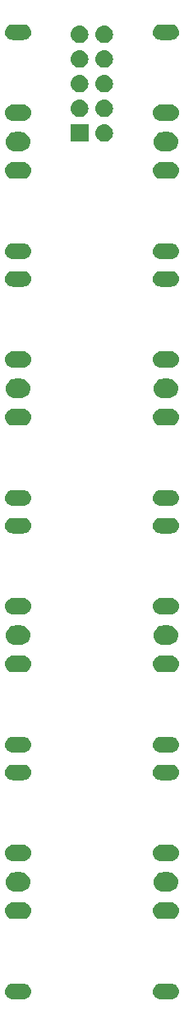
<source format=gbr>
G04 #@! TF.GenerationSoftware,KiCad,Pcbnew,5.1.4-e60b266~84~ubuntu18.04.1*
G04 #@! TF.CreationDate,2019-10-28T13:22:00+08:00*
G04 #@! TF.ProjectId,Lines,4c696e65-732e-46b6-9963-61645f706362,rev?*
G04 #@! TF.SameCoordinates,Original*
G04 #@! TF.FileFunction,Soldermask,Top*
G04 #@! TF.FilePolarity,Negative*
%FSLAX46Y46*%
G04 Gerber Fmt 4.6, Leading zero omitted, Abs format (unit mm)*
G04 Created by KiCad (PCBNEW 5.1.4-e60b266~84~ubuntu18.04.1) date 2019-10-28 13:22:00*
%MOMM*%
%LPD*%
G04 APERTURE LIST*
%ADD10C,0.100000*%
G04 APERTURE END LIST*
D10*
G36*
X135248571Y-150172863D02*
G01*
X135327023Y-150180590D01*
X135427682Y-150211125D01*
X135478013Y-150226392D01*
X135617165Y-150300771D01*
X135739133Y-150400867D01*
X135839229Y-150522835D01*
X135913608Y-150661987D01*
X135913608Y-150661988D01*
X135959410Y-150812977D01*
X135974875Y-150970000D01*
X135959410Y-151127023D01*
X135928875Y-151227682D01*
X135913608Y-151278013D01*
X135839229Y-151417165D01*
X135739133Y-151539133D01*
X135617165Y-151639229D01*
X135478013Y-151713608D01*
X135427682Y-151728875D01*
X135327023Y-151759410D01*
X135248571Y-151767137D01*
X135209346Y-151771000D01*
X134030654Y-151771000D01*
X133991429Y-151767137D01*
X133912977Y-151759410D01*
X133812318Y-151728875D01*
X133761987Y-151713608D01*
X133622835Y-151639229D01*
X133500867Y-151539133D01*
X133400771Y-151417165D01*
X133326392Y-151278013D01*
X133311125Y-151227682D01*
X133280590Y-151127023D01*
X133265125Y-150970000D01*
X133280590Y-150812977D01*
X133326392Y-150661988D01*
X133326392Y-150661987D01*
X133400771Y-150522835D01*
X133500867Y-150400867D01*
X133622835Y-150300771D01*
X133761987Y-150226392D01*
X133812318Y-150211125D01*
X133912977Y-150180590D01*
X133991429Y-150172863D01*
X134030654Y-150169000D01*
X135209346Y-150169000D01*
X135248571Y-150172863D01*
X135248571Y-150172863D01*
G37*
G36*
X120008571Y-150172863D02*
G01*
X120087023Y-150180590D01*
X120187682Y-150211125D01*
X120238013Y-150226392D01*
X120377165Y-150300771D01*
X120499133Y-150400867D01*
X120599229Y-150522835D01*
X120673608Y-150661987D01*
X120673608Y-150661988D01*
X120719410Y-150812977D01*
X120734875Y-150970000D01*
X120719410Y-151127023D01*
X120688875Y-151227682D01*
X120673608Y-151278013D01*
X120599229Y-151417165D01*
X120499133Y-151539133D01*
X120377165Y-151639229D01*
X120238013Y-151713608D01*
X120187682Y-151728875D01*
X120087023Y-151759410D01*
X120008571Y-151767137D01*
X119969346Y-151771000D01*
X118790654Y-151771000D01*
X118751429Y-151767137D01*
X118672977Y-151759410D01*
X118572318Y-151728875D01*
X118521987Y-151713608D01*
X118382835Y-151639229D01*
X118260867Y-151539133D01*
X118160771Y-151417165D01*
X118086392Y-151278013D01*
X118071125Y-151227682D01*
X118040590Y-151127023D01*
X118025125Y-150970000D01*
X118040590Y-150812977D01*
X118086392Y-150661988D01*
X118086392Y-150661987D01*
X118160771Y-150522835D01*
X118260867Y-150400867D01*
X118382835Y-150300771D01*
X118521987Y-150226392D01*
X118572318Y-150211125D01*
X118672977Y-150180590D01*
X118751429Y-150172863D01*
X118790654Y-150169000D01*
X119969346Y-150169000D01*
X120008571Y-150172863D01*
X120008571Y-150172863D01*
G37*
G36*
X135286823Y-141831313D02*
G01*
X135447242Y-141879976D01*
X135579906Y-141950886D01*
X135595078Y-141958996D01*
X135724659Y-142065341D01*
X135831004Y-142194922D01*
X135831005Y-142194924D01*
X135910024Y-142342758D01*
X135958687Y-142503177D01*
X135975117Y-142670000D01*
X135958687Y-142836823D01*
X135910024Y-142997242D01*
X135839114Y-143129906D01*
X135831004Y-143145078D01*
X135724659Y-143274659D01*
X135595078Y-143381004D01*
X135595076Y-143381005D01*
X135447242Y-143460024D01*
X135286823Y-143508687D01*
X135161804Y-143521000D01*
X134078196Y-143521000D01*
X133953177Y-143508687D01*
X133792758Y-143460024D01*
X133644924Y-143381005D01*
X133644922Y-143381004D01*
X133515341Y-143274659D01*
X133408996Y-143145078D01*
X133400886Y-143129906D01*
X133329976Y-142997242D01*
X133281313Y-142836823D01*
X133264883Y-142670000D01*
X133281313Y-142503177D01*
X133329976Y-142342758D01*
X133408995Y-142194924D01*
X133408996Y-142194922D01*
X133515341Y-142065341D01*
X133644922Y-141958996D01*
X133660094Y-141950886D01*
X133792758Y-141879976D01*
X133953177Y-141831313D01*
X134078196Y-141819000D01*
X135161804Y-141819000D01*
X135286823Y-141831313D01*
X135286823Y-141831313D01*
G37*
G36*
X120046823Y-141831313D02*
G01*
X120207242Y-141879976D01*
X120339906Y-141950886D01*
X120355078Y-141958996D01*
X120484659Y-142065341D01*
X120591004Y-142194922D01*
X120591005Y-142194924D01*
X120670024Y-142342758D01*
X120718687Y-142503177D01*
X120735117Y-142670000D01*
X120718687Y-142836823D01*
X120670024Y-142997242D01*
X120599114Y-143129906D01*
X120591004Y-143145078D01*
X120484659Y-143274659D01*
X120355078Y-143381004D01*
X120355076Y-143381005D01*
X120207242Y-143460024D01*
X120046823Y-143508687D01*
X119921804Y-143521000D01*
X118838196Y-143521000D01*
X118713177Y-143508687D01*
X118552758Y-143460024D01*
X118404924Y-143381005D01*
X118404922Y-143381004D01*
X118275341Y-143274659D01*
X118168996Y-143145078D01*
X118160886Y-143129906D01*
X118089976Y-142997242D01*
X118041313Y-142836823D01*
X118024883Y-142670000D01*
X118041313Y-142503177D01*
X118089976Y-142342758D01*
X118168995Y-142194924D01*
X118168996Y-142194922D01*
X118275341Y-142065341D01*
X118404922Y-141958996D01*
X118420094Y-141950886D01*
X118552758Y-141879976D01*
X118713177Y-141831313D01*
X118838196Y-141819000D01*
X119921804Y-141819000D01*
X120046823Y-141831313D01*
X120046823Y-141831313D01*
G37*
G36*
X119826228Y-138713483D02*
G01*
X120014922Y-138770723D01*
X120188815Y-138863671D01*
X120341239Y-138988761D01*
X120466329Y-139141185D01*
X120559277Y-139315078D01*
X120616517Y-139503772D01*
X120635843Y-139700000D01*
X120616517Y-139896228D01*
X120559277Y-140084922D01*
X120466329Y-140258815D01*
X120341239Y-140411239D01*
X120188815Y-140536329D01*
X120014922Y-140629277D01*
X119826228Y-140686517D01*
X119679175Y-140701000D01*
X119080825Y-140701000D01*
X118933772Y-140686517D01*
X118745078Y-140629277D01*
X118571185Y-140536329D01*
X118418761Y-140411239D01*
X118293671Y-140258815D01*
X118200723Y-140084922D01*
X118143483Y-139896228D01*
X118124157Y-139700000D01*
X118143483Y-139503772D01*
X118200723Y-139315078D01*
X118293671Y-139141185D01*
X118418761Y-138988761D01*
X118571185Y-138863671D01*
X118745078Y-138770723D01*
X118933772Y-138713483D01*
X119080825Y-138699000D01*
X119679175Y-138699000D01*
X119826228Y-138713483D01*
X119826228Y-138713483D01*
G37*
G36*
X135066228Y-138713483D02*
G01*
X135254922Y-138770723D01*
X135428815Y-138863671D01*
X135581239Y-138988761D01*
X135706329Y-139141185D01*
X135799277Y-139315078D01*
X135856517Y-139503772D01*
X135875843Y-139700000D01*
X135856517Y-139896228D01*
X135799277Y-140084922D01*
X135706329Y-140258815D01*
X135581239Y-140411239D01*
X135428815Y-140536329D01*
X135254922Y-140629277D01*
X135066228Y-140686517D01*
X134919175Y-140701000D01*
X134320825Y-140701000D01*
X134173772Y-140686517D01*
X133985078Y-140629277D01*
X133811185Y-140536329D01*
X133658761Y-140411239D01*
X133533671Y-140258815D01*
X133440723Y-140084922D01*
X133383483Y-139896228D01*
X133364157Y-139700000D01*
X133383483Y-139503772D01*
X133440723Y-139315078D01*
X133533671Y-139141185D01*
X133658761Y-138988761D01*
X133811185Y-138863671D01*
X133985078Y-138770723D01*
X134173772Y-138713483D01*
X134320825Y-138699000D01*
X134919175Y-138699000D01*
X135066228Y-138713483D01*
X135066228Y-138713483D01*
G37*
G36*
X120046823Y-135891313D02*
G01*
X120207242Y-135939976D01*
X120339906Y-136010886D01*
X120355078Y-136018996D01*
X120484659Y-136125341D01*
X120591004Y-136254922D01*
X120591005Y-136254924D01*
X120670024Y-136402758D01*
X120718687Y-136563177D01*
X120735117Y-136730000D01*
X120718687Y-136896823D01*
X120670024Y-137057242D01*
X120599114Y-137189906D01*
X120591004Y-137205078D01*
X120484659Y-137334659D01*
X120355078Y-137441004D01*
X120355076Y-137441005D01*
X120207242Y-137520024D01*
X120046823Y-137568687D01*
X119921804Y-137581000D01*
X118838196Y-137581000D01*
X118713177Y-137568687D01*
X118552758Y-137520024D01*
X118404924Y-137441005D01*
X118404922Y-137441004D01*
X118275341Y-137334659D01*
X118168996Y-137205078D01*
X118160886Y-137189906D01*
X118089976Y-137057242D01*
X118041313Y-136896823D01*
X118024883Y-136730000D01*
X118041313Y-136563177D01*
X118089976Y-136402758D01*
X118168995Y-136254924D01*
X118168996Y-136254922D01*
X118275341Y-136125341D01*
X118404922Y-136018996D01*
X118420094Y-136010886D01*
X118552758Y-135939976D01*
X118713177Y-135891313D01*
X118838196Y-135879000D01*
X119921804Y-135879000D01*
X120046823Y-135891313D01*
X120046823Y-135891313D01*
G37*
G36*
X135286823Y-135891313D02*
G01*
X135447242Y-135939976D01*
X135579906Y-136010886D01*
X135595078Y-136018996D01*
X135724659Y-136125341D01*
X135831004Y-136254922D01*
X135831005Y-136254924D01*
X135910024Y-136402758D01*
X135958687Y-136563177D01*
X135975117Y-136730000D01*
X135958687Y-136896823D01*
X135910024Y-137057242D01*
X135839114Y-137189906D01*
X135831004Y-137205078D01*
X135724659Y-137334659D01*
X135595078Y-137441004D01*
X135595076Y-137441005D01*
X135447242Y-137520024D01*
X135286823Y-137568687D01*
X135161804Y-137581000D01*
X134078196Y-137581000D01*
X133953177Y-137568687D01*
X133792758Y-137520024D01*
X133644924Y-137441005D01*
X133644922Y-137441004D01*
X133515341Y-137334659D01*
X133408996Y-137205078D01*
X133400886Y-137189906D01*
X133329976Y-137057242D01*
X133281313Y-136896823D01*
X133264883Y-136730000D01*
X133281313Y-136563177D01*
X133329976Y-136402758D01*
X133408995Y-136254924D01*
X133408996Y-136254922D01*
X133515341Y-136125341D01*
X133644922Y-136018996D01*
X133660094Y-136010886D01*
X133792758Y-135939976D01*
X133953177Y-135891313D01*
X134078196Y-135879000D01*
X135161804Y-135879000D01*
X135286823Y-135891313D01*
X135286823Y-135891313D01*
G37*
G36*
X120008571Y-127632863D02*
G01*
X120087023Y-127640590D01*
X120187682Y-127671125D01*
X120238013Y-127686392D01*
X120377165Y-127760771D01*
X120499133Y-127860867D01*
X120599229Y-127982835D01*
X120673608Y-128121987D01*
X120673608Y-128121988D01*
X120719410Y-128272977D01*
X120734875Y-128430000D01*
X120719410Y-128587023D01*
X120688875Y-128687682D01*
X120673608Y-128738013D01*
X120599229Y-128877165D01*
X120499133Y-128999133D01*
X120377165Y-129099229D01*
X120238013Y-129173608D01*
X120187682Y-129188875D01*
X120087023Y-129219410D01*
X120008571Y-129227137D01*
X119969346Y-129231000D01*
X118790654Y-129231000D01*
X118751429Y-129227137D01*
X118672977Y-129219410D01*
X118572318Y-129188875D01*
X118521987Y-129173608D01*
X118382835Y-129099229D01*
X118260867Y-128999133D01*
X118160771Y-128877165D01*
X118086392Y-128738013D01*
X118071125Y-128687682D01*
X118040590Y-128587023D01*
X118025125Y-128430000D01*
X118040590Y-128272977D01*
X118086392Y-128121988D01*
X118086392Y-128121987D01*
X118160771Y-127982835D01*
X118260867Y-127860867D01*
X118382835Y-127760771D01*
X118521987Y-127686392D01*
X118572318Y-127671125D01*
X118672977Y-127640590D01*
X118751429Y-127632863D01*
X118790654Y-127629000D01*
X119969346Y-127629000D01*
X120008571Y-127632863D01*
X120008571Y-127632863D01*
G37*
G36*
X135248571Y-127632863D02*
G01*
X135327023Y-127640590D01*
X135427682Y-127671125D01*
X135478013Y-127686392D01*
X135617165Y-127760771D01*
X135739133Y-127860867D01*
X135839229Y-127982835D01*
X135913608Y-128121987D01*
X135913608Y-128121988D01*
X135959410Y-128272977D01*
X135974875Y-128430000D01*
X135959410Y-128587023D01*
X135928875Y-128687682D01*
X135913608Y-128738013D01*
X135839229Y-128877165D01*
X135739133Y-128999133D01*
X135617165Y-129099229D01*
X135478013Y-129173608D01*
X135427682Y-129188875D01*
X135327023Y-129219410D01*
X135248571Y-129227137D01*
X135209346Y-129231000D01*
X134030654Y-129231000D01*
X133991429Y-129227137D01*
X133912977Y-129219410D01*
X133812318Y-129188875D01*
X133761987Y-129173608D01*
X133622835Y-129099229D01*
X133500867Y-128999133D01*
X133400771Y-128877165D01*
X133326392Y-128738013D01*
X133311125Y-128687682D01*
X133280590Y-128587023D01*
X133265125Y-128430000D01*
X133280590Y-128272977D01*
X133326392Y-128121988D01*
X133326392Y-128121987D01*
X133400771Y-127982835D01*
X133500867Y-127860867D01*
X133622835Y-127760771D01*
X133761987Y-127686392D01*
X133812318Y-127671125D01*
X133912977Y-127640590D01*
X133991429Y-127632863D01*
X134030654Y-127629000D01*
X135209346Y-127629000D01*
X135248571Y-127632863D01*
X135248571Y-127632863D01*
G37*
G36*
X135248571Y-124772863D02*
G01*
X135327023Y-124780590D01*
X135427682Y-124811125D01*
X135478013Y-124826392D01*
X135617165Y-124900771D01*
X135739133Y-125000867D01*
X135839229Y-125122835D01*
X135913608Y-125261987D01*
X135913608Y-125261988D01*
X135959410Y-125412977D01*
X135974875Y-125570000D01*
X135959410Y-125727023D01*
X135928875Y-125827682D01*
X135913608Y-125878013D01*
X135839229Y-126017165D01*
X135739133Y-126139133D01*
X135617165Y-126239229D01*
X135478013Y-126313608D01*
X135427682Y-126328875D01*
X135327023Y-126359410D01*
X135248571Y-126367137D01*
X135209346Y-126371000D01*
X134030654Y-126371000D01*
X133991429Y-126367137D01*
X133912977Y-126359410D01*
X133812318Y-126328875D01*
X133761987Y-126313608D01*
X133622835Y-126239229D01*
X133500867Y-126139133D01*
X133400771Y-126017165D01*
X133326392Y-125878013D01*
X133311125Y-125827682D01*
X133280590Y-125727023D01*
X133265125Y-125570000D01*
X133280590Y-125412977D01*
X133326392Y-125261988D01*
X133326392Y-125261987D01*
X133400771Y-125122835D01*
X133500867Y-125000867D01*
X133622835Y-124900771D01*
X133761987Y-124826392D01*
X133812318Y-124811125D01*
X133912977Y-124780590D01*
X133991429Y-124772863D01*
X134030654Y-124769000D01*
X135209346Y-124769000D01*
X135248571Y-124772863D01*
X135248571Y-124772863D01*
G37*
G36*
X120008571Y-124772863D02*
G01*
X120087023Y-124780590D01*
X120187682Y-124811125D01*
X120238013Y-124826392D01*
X120377165Y-124900771D01*
X120499133Y-125000867D01*
X120599229Y-125122835D01*
X120673608Y-125261987D01*
X120673608Y-125261988D01*
X120719410Y-125412977D01*
X120734875Y-125570000D01*
X120719410Y-125727023D01*
X120688875Y-125827682D01*
X120673608Y-125878013D01*
X120599229Y-126017165D01*
X120499133Y-126139133D01*
X120377165Y-126239229D01*
X120238013Y-126313608D01*
X120187682Y-126328875D01*
X120087023Y-126359410D01*
X120008571Y-126367137D01*
X119969346Y-126371000D01*
X118790654Y-126371000D01*
X118751429Y-126367137D01*
X118672977Y-126359410D01*
X118572318Y-126328875D01*
X118521987Y-126313608D01*
X118382835Y-126239229D01*
X118260867Y-126139133D01*
X118160771Y-126017165D01*
X118086392Y-125878013D01*
X118071125Y-125827682D01*
X118040590Y-125727023D01*
X118025125Y-125570000D01*
X118040590Y-125412977D01*
X118086392Y-125261988D01*
X118086392Y-125261987D01*
X118160771Y-125122835D01*
X118260867Y-125000867D01*
X118382835Y-124900771D01*
X118521987Y-124826392D01*
X118572318Y-124811125D01*
X118672977Y-124780590D01*
X118751429Y-124772863D01*
X118790654Y-124769000D01*
X119969346Y-124769000D01*
X120008571Y-124772863D01*
X120008571Y-124772863D01*
G37*
G36*
X120046823Y-116431313D02*
G01*
X120207242Y-116479976D01*
X120339906Y-116550886D01*
X120355078Y-116558996D01*
X120484659Y-116665341D01*
X120591004Y-116794922D01*
X120591005Y-116794924D01*
X120670024Y-116942758D01*
X120718687Y-117103177D01*
X120735117Y-117270000D01*
X120718687Y-117436823D01*
X120670024Y-117597242D01*
X120599114Y-117729906D01*
X120591004Y-117745078D01*
X120484659Y-117874659D01*
X120355078Y-117981004D01*
X120355076Y-117981005D01*
X120207242Y-118060024D01*
X120046823Y-118108687D01*
X119921804Y-118121000D01*
X118838196Y-118121000D01*
X118713177Y-118108687D01*
X118552758Y-118060024D01*
X118404924Y-117981005D01*
X118404922Y-117981004D01*
X118275341Y-117874659D01*
X118168996Y-117745078D01*
X118160886Y-117729906D01*
X118089976Y-117597242D01*
X118041313Y-117436823D01*
X118024883Y-117270000D01*
X118041313Y-117103177D01*
X118089976Y-116942758D01*
X118168995Y-116794924D01*
X118168996Y-116794922D01*
X118275341Y-116665341D01*
X118404922Y-116558996D01*
X118420094Y-116550886D01*
X118552758Y-116479976D01*
X118713177Y-116431313D01*
X118838196Y-116419000D01*
X119921804Y-116419000D01*
X120046823Y-116431313D01*
X120046823Y-116431313D01*
G37*
G36*
X135286823Y-116431313D02*
G01*
X135447242Y-116479976D01*
X135579906Y-116550886D01*
X135595078Y-116558996D01*
X135724659Y-116665341D01*
X135831004Y-116794922D01*
X135831005Y-116794924D01*
X135910024Y-116942758D01*
X135958687Y-117103177D01*
X135975117Y-117270000D01*
X135958687Y-117436823D01*
X135910024Y-117597242D01*
X135839114Y-117729906D01*
X135831004Y-117745078D01*
X135724659Y-117874659D01*
X135595078Y-117981004D01*
X135595076Y-117981005D01*
X135447242Y-118060024D01*
X135286823Y-118108687D01*
X135161804Y-118121000D01*
X134078196Y-118121000D01*
X133953177Y-118108687D01*
X133792758Y-118060024D01*
X133644924Y-117981005D01*
X133644922Y-117981004D01*
X133515341Y-117874659D01*
X133408996Y-117745078D01*
X133400886Y-117729906D01*
X133329976Y-117597242D01*
X133281313Y-117436823D01*
X133264883Y-117270000D01*
X133281313Y-117103177D01*
X133329976Y-116942758D01*
X133408995Y-116794924D01*
X133408996Y-116794922D01*
X133515341Y-116665341D01*
X133644922Y-116558996D01*
X133660094Y-116550886D01*
X133792758Y-116479976D01*
X133953177Y-116431313D01*
X134078196Y-116419000D01*
X135161804Y-116419000D01*
X135286823Y-116431313D01*
X135286823Y-116431313D01*
G37*
G36*
X135066228Y-113313483D02*
G01*
X135254922Y-113370723D01*
X135428815Y-113463671D01*
X135581239Y-113588761D01*
X135706329Y-113741185D01*
X135799277Y-113915078D01*
X135856517Y-114103772D01*
X135875843Y-114300000D01*
X135856517Y-114496228D01*
X135799277Y-114684922D01*
X135706329Y-114858815D01*
X135581239Y-115011239D01*
X135428815Y-115136329D01*
X135254922Y-115229277D01*
X135066228Y-115286517D01*
X134919175Y-115301000D01*
X134320825Y-115301000D01*
X134173772Y-115286517D01*
X133985078Y-115229277D01*
X133811185Y-115136329D01*
X133658761Y-115011239D01*
X133533671Y-114858815D01*
X133440723Y-114684922D01*
X133383483Y-114496228D01*
X133364157Y-114300000D01*
X133383483Y-114103772D01*
X133440723Y-113915078D01*
X133533671Y-113741185D01*
X133658761Y-113588761D01*
X133811185Y-113463671D01*
X133985078Y-113370723D01*
X134173772Y-113313483D01*
X134320825Y-113299000D01*
X134919175Y-113299000D01*
X135066228Y-113313483D01*
X135066228Y-113313483D01*
G37*
G36*
X119826228Y-113313483D02*
G01*
X120014922Y-113370723D01*
X120188815Y-113463671D01*
X120341239Y-113588761D01*
X120466329Y-113741185D01*
X120559277Y-113915078D01*
X120616517Y-114103772D01*
X120635843Y-114300000D01*
X120616517Y-114496228D01*
X120559277Y-114684922D01*
X120466329Y-114858815D01*
X120341239Y-115011239D01*
X120188815Y-115136329D01*
X120014922Y-115229277D01*
X119826228Y-115286517D01*
X119679175Y-115301000D01*
X119080825Y-115301000D01*
X118933772Y-115286517D01*
X118745078Y-115229277D01*
X118571185Y-115136329D01*
X118418761Y-115011239D01*
X118293671Y-114858815D01*
X118200723Y-114684922D01*
X118143483Y-114496228D01*
X118124157Y-114300000D01*
X118143483Y-114103772D01*
X118200723Y-113915078D01*
X118293671Y-113741185D01*
X118418761Y-113588761D01*
X118571185Y-113463671D01*
X118745078Y-113370723D01*
X118933772Y-113313483D01*
X119080825Y-113299000D01*
X119679175Y-113299000D01*
X119826228Y-113313483D01*
X119826228Y-113313483D01*
G37*
G36*
X120046823Y-110491313D02*
G01*
X120207242Y-110539976D01*
X120339906Y-110610886D01*
X120355078Y-110618996D01*
X120484659Y-110725341D01*
X120591004Y-110854922D01*
X120591005Y-110854924D01*
X120670024Y-111002758D01*
X120718687Y-111163177D01*
X120735117Y-111330000D01*
X120718687Y-111496823D01*
X120670024Y-111657242D01*
X120599114Y-111789906D01*
X120591004Y-111805078D01*
X120484659Y-111934659D01*
X120355078Y-112041004D01*
X120355076Y-112041005D01*
X120207242Y-112120024D01*
X120046823Y-112168687D01*
X119921804Y-112181000D01*
X118838196Y-112181000D01*
X118713177Y-112168687D01*
X118552758Y-112120024D01*
X118404924Y-112041005D01*
X118404922Y-112041004D01*
X118275341Y-111934659D01*
X118168996Y-111805078D01*
X118160886Y-111789906D01*
X118089976Y-111657242D01*
X118041313Y-111496823D01*
X118024883Y-111330000D01*
X118041313Y-111163177D01*
X118089976Y-111002758D01*
X118168995Y-110854924D01*
X118168996Y-110854922D01*
X118275341Y-110725341D01*
X118404922Y-110618996D01*
X118420094Y-110610886D01*
X118552758Y-110539976D01*
X118713177Y-110491313D01*
X118838196Y-110479000D01*
X119921804Y-110479000D01*
X120046823Y-110491313D01*
X120046823Y-110491313D01*
G37*
G36*
X135286823Y-110491313D02*
G01*
X135447242Y-110539976D01*
X135579906Y-110610886D01*
X135595078Y-110618996D01*
X135724659Y-110725341D01*
X135831004Y-110854922D01*
X135831005Y-110854924D01*
X135910024Y-111002758D01*
X135958687Y-111163177D01*
X135975117Y-111330000D01*
X135958687Y-111496823D01*
X135910024Y-111657242D01*
X135839114Y-111789906D01*
X135831004Y-111805078D01*
X135724659Y-111934659D01*
X135595078Y-112041004D01*
X135595076Y-112041005D01*
X135447242Y-112120024D01*
X135286823Y-112168687D01*
X135161804Y-112181000D01*
X134078196Y-112181000D01*
X133953177Y-112168687D01*
X133792758Y-112120024D01*
X133644924Y-112041005D01*
X133644922Y-112041004D01*
X133515341Y-111934659D01*
X133408996Y-111805078D01*
X133400886Y-111789906D01*
X133329976Y-111657242D01*
X133281313Y-111496823D01*
X133264883Y-111330000D01*
X133281313Y-111163177D01*
X133329976Y-111002758D01*
X133408995Y-110854924D01*
X133408996Y-110854922D01*
X133515341Y-110725341D01*
X133644922Y-110618996D01*
X133660094Y-110610886D01*
X133792758Y-110539976D01*
X133953177Y-110491313D01*
X134078196Y-110479000D01*
X135161804Y-110479000D01*
X135286823Y-110491313D01*
X135286823Y-110491313D01*
G37*
G36*
X135248571Y-102232863D02*
G01*
X135327023Y-102240590D01*
X135427682Y-102271125D01*
X135478013Y-102286392D01*
X135617165Y-102360771D01*
X135739133Y-102460867D01*
X135839229Y-102582835D01*
X135913608Y-102721987D01*
X135913608Y-102721988D01*
X135959410Y-102872977D01*
X135974875Y-103030000D01*
X135959410Y-103187023D01*
X135928875Y-103287682D01*
X135913608Y-103338013D01*
X135839229Y-103477165D01*
X135739133Y-103599133D01*
X135617165Y-103699229D01*
X135478013Y-103773608D01*
X135427682Y-103788875D01*
X135327023Y-103819410D01*
X135248571Y-103827137D01*
X135209346Y-103831000D01*
X134030654Y-103831000D01*
X133991429Y-103827137D01*
X133912977Y-103819410D01*
X133812318Y-103788875D01*
X133761987Y-103773608D01*
X133622835Y-103699229D01*
X133500867Y-103599133D01*
X133400771Y-103477165D01*
X133326392Y-103338013D01*
X133311125Y-103287682D01*
X133280590Y-103187023D01*
X133265125Y-103030000D01*
X133280590Y-102872977D01*
X133326392Y-102721988D01*
X133326392Y-102721987D01*
X133400771Y-102582835D01*
X133500867Y-102460867D01*
X133622835Y-102360771D01*
X133761987Y-102286392D01*
X133812318Y-102271125D01*
X133912977Y-102240590D01*
X133991429Y-102232863D01*
X134030654Y-102229000D01*
X135209346Y-102229000D01*
X135248571Y-102232863D01*
X135248571Y-102232863D01*
G37*
G36*
X120008571Y-102232863D02*
G01*
X120087023Y-102240590D01*
X120187682Y-102271125D01*
X120238013Y-102286392D01*
X120377165Y-102360771D01*
X120499133Y-102460867D01*
X120599229Y-102582835D01*
X120673608Y-102721987D01*
X120673608Y-102721988D01*
X120719410Y-102872977D01*
X120734875Y-103030000D01*
X120719410Y-103187023D01*
X120688875Y-103287682D01*
X120673608Y-103338013D01*
X120599229Y-103477165D01*
X120499133Y-103599133D01*
X120377165Y-103699229D01*
X120238013Y-103773608D01*
X120187682Y-103788875D01*
X120087023Y-103819410D01*
X120008571Y-103827137D01*
X119969346Y-103831000D01*
X118790654Y-103831000D01*
X118751429Y-103827137D01*
X118672977Y-103819410D01*
X118572318Y-103788875D01*
X118521987Y-103773608D01*
X118382835Y-103699229D01*
X118260867Y-103599133D01*
X118160771Y-103477165D01*
X118086392Y-103338013D01*
X118071125Y-103287682D01*
X118040590Y-103187023D01*
X118025125Y-103030000D01*
X118040590Y-102872977D01*
X118086392Y-102721988D01*
X118086392Y-102721987D01*
X118160771Y-102582835D01*
X118260867Y-102460867D01*
X118382835Y-102360771D01*
X118521987Y-102286392D01*
X118572318Y-102271125D01*
X118672977Y-102240590D01*
X118751429Y-102232863D01*
X118790654Y-102229000D01*
X119969346Y-102229000D01*
X120008571Y-102232863D01*
X120008571Y-102232863D01*
G37*
G36*
X120008571Y-99372863D02*
G01*
X120087023Y-99380590D01*
X120187682Y-99411125D01*
X120238013Y-99426392D01*
X120377165Y-99500771D01*
X120499133Y-99600867D01*
X120599229Y-99722835D01*
X120673608Y-99861987D01*
X120673608Y-99861988D01*
X120719410Y-100012977D01*
X120734875Y-100170000D01*
X120719410Y-100327023D01*
X120688875Y-100427682D01*
X120673608Y-100478013D01*
X120599229Y-100617165D01*
X120499133Y-100739133D01*
X120377165Y-100839229D01*
X120238013Y-100913608D01*
X120187682Y-100928875D01*
X120087023Y-100959410D01*
X120008571Y-100967137D01*
X119969346Y-100971000D01*
X118790654Y-100971000D01*
X118751429Y-100967137D01*
X118672977Y-100959410D01*
X118572318Y-100928875D01*
X118521987Y-100913608D01*
X118382835Y-100839229D01*
X118260867Y-100739133D01*
X118160771Y-100617165D01*
X118086392Y-100478013D01*
X118071125Y-100427682D01*
X118040590Y-100327023D01*
X118025125Y-100170000D01*
X118040590Y-100012977D01*
X118086392Y-99861988D01*
X118086392Y-99861987D01*
X118160771Y-99722835D01*
X118260867Y-99600867D01*
X118382835Y-99500771D01*
X118521987Y-99426392D01*
X118572318Y-99411125D01*
X118672977Y-99380590D01*
X118751429Y-99372863D01*
X118790654Y-99369000D01*
X119969346Y-99369000D01*
X120008571Y-99372863D01*
X120008571Y-99372863D01*
G37*
G36*
X135248571Y-99372863D02*
G01*
X135327023Y-99380590D01*
X135427682Y-99411125D01*
X135478013Y-99426392D01*
X135617165Y-99500771D01*
X135739133Y-99600867D01*
X135839229Y-99722835D01*
X135913608Y-99861987D01*
X135913608Y-99861988D01*
X135959410Y-100012977D01*
X135974875Y-100170000D01*
X135959410Y-100327023D01*
X135928875Y-100427682D01*
X135913608Y-100478013D01*
X135839229Y-100617165D01*
X135739133Y-100739133D01*
X135617165Y-100839229D01*
X135478013Y-100913608D01*
X135427682Y-100928875D01*
X135327023Y-100959410D01*
X135248571Y-100967137D01*
X135209346Y-100971000D01*
X134030654Y-100971000D01*
X133991429Y-100967137D01*
X133912977Y-100959410D01*
X133812318Y-100928875D01*
X133761987Y-100913608D01*
X133622835Y-100839229D01*
X133500867Y-100739133D01*
X133400771Y-100617165D01*
X133326392Y-100478013D01*
X133311125Y-100427682D01*
X133280590Y-100327023D01*
X133265125Y-100170000D01*
X133280590Y-100012977D01*
X133326392Y-99861988D01*
X133326392Y-99861987D01*
X133400771Y-99722835D01*
X133500867Y-99600867D01*
X133622835Y-99500771D01*
X133761987Y-99426392D01*
X133812318Y-99411125D01*
X133912977Y-99380590D01*
X133991429Y-99372863D01*
X134030654Y-99369000D01*
X135209346Y-99369000D01*
X135248571Y-99372863D01*
X135248571Y-99372863D01*
G37*
G36*
X135286823Y-91031313D02*
G01*
X135447242Y-91079976D01*
X135579906Y-91150886D01*
X135595078Y-91158996D01*
X135724659Y-91265341D01*
X135831004Y-91394922D01*
X135831005Y-91394924D01*
X135910024Y-91542758D01*
X135958687Y-91703177D01*
X135975117Y-91870000D01*
X135958687Y-92036823D01*
X135910024Y-92197242D01*
X135839114Y-92329906D01*
X135831004Y-92345078D01*
X135724659Y-92474659D01*
X135595078Y-92581004D01*
X135595076Y-92581005D01*
X135447242Y-92660024D01*
X135286823Y-92708687D01*
X135161804Y-92721000D01*
X134078196Y-92721000D01*
X133953177Y-92708687D01*
X133792758Y-92660024D01*
X133644924Y-92581005D01*
X133644922Y-92581004D01*
X133515341Y-92474659D01*
X133408996Y-92345078D01*
X133400886Y-92329906D01*
X133329976Y-92197242D01*
X133281313Y-92036823D01*
X133264883Y-91870000D01*
X133281313Y-91703177D01*
X133329976Y-91542758D01*
X133408995Y-91394924D01*
X133408996Y-91394922D01*
X133515341Y-91265341D01*
X133644922Y-91158996D01*
X133660094Y-91150886D01*
X133792758Y-91079976D01*
X133953177Y-91031313D01*
X134078196Y-91019000D01*
X135161804Y-91019000D01*
X135286823Y-91031313D01*
X135286823Y-91031313D01*
G37*
G36*
X120046823Y-91031313D02*
G01*
X120207242Y-91079976D01*
X120339906Y-91150886D01*
X120355078Y-91158996D01*
X120484659Y-91265341D01*
X120591004Y-91394922D01*
X120591005Y-91394924D01*
X120670024Y-91542758D01*
X120718687Y-91703177D01*
X120735117Y-91870000D01*
X120718687Y-92036823D01*
X120670024Y-92197242D01*
X120599114Y-92329906D01*
X120591004Y-92345078D01*
X120484659Y-92474659D01*
X120355078Y-92581004D01*
X120355076Y-92581005D01*
X120207242Y-92660024D01*
X120046823Y-92708687D01*
X119921804Y-92721000D01*
X118838196Y-92721000D01*
X118713177Y-92708687D01*
X118552758Y-92660024D01*
X118404924Y-92581005D01*
X118404922Y-92581004D01*
X118275341Y-92474659D01*
X118168996Y-92345078D01*
X118160886Y-92329906D01*
X118089976Y-92197242D01*
X118041313Y-92036823D01*
X118024883Y-91870000D01*
X118041313Y-91703177D01*
X118089976Y-91542758D01*
X118168995Y-91394924D01*
X118168996Y-91394922D01*
X118275341Y-91265341D01*
X118404922Y-91158996D01*
X118420094Y-91150886D01*
X118552758Y-91079976D01*
X118713177Y-91031313D01*
X118838196Y-91019000D01*
X119921804Y-91019000D01*
X120046823Y-91031313D01*
X120046823Y-91031313D01*
G37*
G36*
X119826228Y-87913483D02*
G01*
X120014922Y-87970723D01*
X120188815Y-88063671D01*
X120341239Y-88188761D01*
X120466329Y-88341185D01*
X120559277Y-88515078D01*
X120616517Y-88703772D01*
X120635843Y-88900000D01*
X120616517Y-89096228D01*
X120559277Y-89284922D01*
X120466329Y-89458815D01*
X120341239Y-89611239D01*
X120188815Y-89736329D01*
X120014922Y-89829277D01*
X119826228Y-89886517D01*
X119679175Y-89901000D01*
X119080825Y-89901000D01*
X118933772Y-89886517D01*
X118745078Y-89829277D01*
X118571185Y-89736329D01*
X118418761Y-89611239D01*
X118293671Y-89458815D01*
X118200723Y-89284922D01*
X118143483Y-89096228D01*
X118124157Y-88900000D01*
X118143483Y-88703772D01*
X118200723Y-88515078D01*
X118293671Y-88341185D01*
X118418761Y-88188761D01*
X118571185Y-88063671D01*
X118745078Y-87970723D01*
X118933772Y-87913483D01*
X119080825Y-87899000D01*
X119679175Y-87899000D01*
X119826228Y-87913483D01*
X119826228Y-87913483D01*
G37*
G36*
X135066228Y-87913483D02*
G01*
X135254922Y-87970723D01*
X135428815Y-88063671D01*
X135581239Y-88188761D01*
X135706329Y-88341185D01*
X135799277Y-88515078D01*
X135856517Y-88703772D01*
X135875843Y-88900000D01*
X135856517Y-89096228D01*
X135799277Y-89284922D01*
X135706329Y-89458815D01*
X135581239Y-89611239D01*
X135428815Y-89736329D01*
X135254922Y-89829277D01*
X135066228Y-89886517D01*
X134919175Y-89901000D01*
X134320825Y-89901000D01*
X134173772Y-89886517D01*
X133985078Y-89829277D01*
X133811185Y-89736329D01*
X133658761Y-89611239D01*
X133533671Y-89458815D01*
X133440723Y-89284922D01*
X133383483Y-89096228D01*
X133364157Y-88900000D01*
X133383483Y-88703772D01*
X133440723Y-88515078D01*
X133533671Y-88341185D01*
X133658761Y-88188761D01*
X133811185Y-88063671D01*
X133985078Y-87970723D01*
X134173772Y-87913483D01*
X134320825Y-87899000D01*
X134919175Y-87899000D01*
X135066228Y-87913483D01*
X135066228Y-87913483D01*
G37*
G36*
X120046823Y-85091313D02*
G01*
X120207242Y-85139976D01*
X120339906Y-85210886D01*
X120355078Y-85218996D01*
X120484659Y-85325341D01*
X120591004Y-85454922D01*
X120591005Y-85454924D01*
X120670024Y-85602758D01*
X120718687Y-85763177D01*
X120735117Y-85930000D01*
X120718687Y-86096823D01*
X120670024Y-86257242D01*
X120599114Y-86389906D01*
X120591004Y-86405078D01*
X120484659Y-86534659D01*
X120355078Y-86641004D01*
X120355076Y-86641005D01*
X120207242Y-86720024D01*
X120046823Y-86768687D01*
X119921804Y-86781000D01*
X118838196Y-86781000D01*
X118713177Y-86768687D01*
X118552758Y-86720024D01*
X118404924Y-86641005D01*
X118404922Y-86641004D01*
X118275341Y-86534659D01*
X118168996Y-86405078D01*
X118160886Y-86389906D01*
X118089976Y-86257242D01*
X118041313Y-86096823D01*
X118024883Y-85930000D01*
X118041313Y-85763177D01*
X118089976Y-85602758D01*
X118168995Y-85454924D01*
X118168996Y-85454922D01*
X118275341Y-85325341D01*
X118404922Y-85218996D01*
X118420094Y-85210886D01*
X118552758Y-85139976D01*
X118713177Y-85091313D01*
X118838196Y-85079000D01*
X119921804Y-85079000D01*
X120046823Y-85091313D01*
X120046823Y-85091313D01*
G37*
G36*
X135286823Y-85091313D02*
G01*
X135447242Y-85139976D01*
X135579906Y-85210886D01*
X135595078Y-85218996D01*
X135724659Y-85325341D01*
X135831004Y-85454922D01*
X135831005Y-85454924D01*
X135910024Y-85602758D01*
X135958687Y-85763177D01*
X135975117Y-85930000D01*
X135958687Y-86096823D01*
X135910024Y-86257242D01*
X135839114Y-86389906D01*
X135831004Y-86405078D01*
X135724659Y-86534659D01*
X135595078Y-86641004D01*
X135595076Y-86641005D01*
X135447242Y-86720024D01*
X135286823Y-86768687D01*
X135161804Y-86781000D01*
X134078196Y-86781000D01*
X133953177Y-86768687D01*
X133792758Y-86720024D01*
X133644924Y-86641005D01*
X133644922Y-86641004D01*
X133515341Y-86534659D01*
X133408996Y-86405078D01*
X133400886Y-86389906D01*
X133329976Y-86257242D01*
X133281313Y-86096823D01*
X133264883Y-85930000D01*
X133281313Y-85763177D01*
X133329976Y-85602758D01*
X133408995Y-85454924D01*
X133408996Y-85454922D01*
X133515341Y-85325341D01*
X133644922Y-85218996D01*
X133660094Y-85210886D01*
X133792758Y-85139976D01*
X133953177Y-85091313D01*
X134078196Y-85079000D01*
X135161804Y-85079000D01*
X135286823Y-85091313D01*
X135286823Y-85091313D01*
G37*
G36*
X120008571Y-76832863D02*
G01*
X120087023Y-76840590D01*
X120187682Y-76871125D01*
X120238013Y-76886392D01*
X120377165Y-76960771D01*
X120499133Y-77060867D01*
X120599229Y-77182835D01*
X120673608Y-77321987D01*
X120673608Y-77321988D01*
X120719410Y-77472977D01*
X120734875Y-77630000D01*
X120719410Y-77787023D01*
X120688875Y-77887682D01*
X120673608Y-77938013D01*
X120599229Y-78077165D01*
X120499133Y-78199133D01*
X120377165Y-78299229D01*
X120238013Y-78373608D01*
X120187682Y-78388875D01*
X120087023Y-78419410D01*
X120008571Y-78427137D01*
X119969346Y-78431000D01*
X118790654Y-78431000D01*
X118751429Y-78427137D01*
X118672977Y-78419410D01*
X118572318Y-78388875D01*
X118521987Y-78373608D01*
X118382835Y-78299229D01*
X118260867Y-78199133D01*
X118160771Y-78077165D01*
X118086392Y-77938013D01*
X118071125Y-77887682D01*
X118040590Y-77787023D01*
X118025125Y-77630000D01*
X118040590Y-77472977D01*
X118086392Y-77321988D01*
X118086392Y-77321987D01*
X118160771Y-77182835D01*
X118260867Y-77060867D01*
X118382835Y-76960771D01*
X118521987Y-76886392D01*
X118572318Y-76871125D01*
X118672977Y-76840590D01*
X118751429Y-76832863D01*
X118790654Y-76829000D01*
X119969346Y-76829000D01*
X120008571Y-76832863D01*
X120008571Y-76832863D01*
G37*
G36*
X135248571Y-76832863D02*
G01*
X135327023Y-76840590D01*
X135427682Y-76871125D01*
X135478013Y-76886392D01*
X135617165Y-76960771D01*
X135739133Y-77060867D01*
X135839229Y-77182835D01*
X135913608Y-77321987D01*
X135913608Y-77321988D01*
X135959410Y-77472977D01*
X135974875Y-77630000D01*
X135959410Y-77787023D01*
X135928875Y-77887682D01*
X135913608Y-77938013D01*
X135839229Y-78077165D01*
X135739133Y-78199133D01*
X135617165Y-78299229D01*
X135478013Y-78373608D01*
X135427682Y-78388875D01*
X135327023Y-78419410D01*
X135248571Y-78427137D01*
X135209346Y-78431000D01*
X134030654Y-78431000D01*
X133991429Y-78427137D01*
X133912977Y-78419410D01*
X133812318Y-78388875D01*
X133761987Y-78373608D01*
X133622835Y-78299229D01*
X133500867Y-78199133D01*
X133400771Y-78077165D01*
X133326392Y-77938013D01*
X133311125Y-77887682D01*
X133280590Y-77787023D01*
X133265125Y-77630000D01*
X133280590Y-77472977D01*
X133326392Y-77321988D01*
X133326392Y-77321987D01*
X133400771Y-77182835D01*
X133500867Y-77060867D01*
X133622835Y-76960771D01*
X133761987Y-76886392D01*
X133812318Y-76871125D01*
X133912977Y-76840590D01*
X133991429Y-76832863D01*
X134030654Y-76829000D01*
X135209346Y-76829000D01*
X135248571Y-76832863D01*
X135248571Y-76832863D01*
G37*
G36*
X120008571Y-73972863D02*
G01*
X120087023Y-73980590D01*
X120187682Y-74011125D01*
X120238013Y-74026392D01*
X120377165Y-74100771D01*
X120499133Y-74200867D01*
X120599229Y-74322835D01*
X120673608Y-74461987D01*
X120673608Y-74461988D01*
X120719410Y-74612977D01*
X120734875Y-74770000D01*
X120719410Y-74927023D01*
X120688875Y-75027682D01*
X120673608Y-75078013D01*
X120599229Y-75217165D01*
X120499133Y-75339133D01*
X120377165Y-75439229D01*
X120238013Y-75513608D01*
X120187682Y-75528875D01*
X120087023Y-75559410D01*
X120008571Y-75567137D01*
X119969346Y-75571000D01*
X118790654Y-75571000D01*
X118751429Y-75567137D01*
X118672977Y-75559410D01*
X118572318Y-75528875D01*
X118521987Y-75513608D01*
X118382835Y-75439229D01*
X118260867Y-75339133D01*
X118160771Y-75217165D01*
X118086392Y-75078013D01*
X118071125Y-75027682D01*
X118040590Y-74927023D01*
X118025125Y-74770000D01*
X118040590Y-74612977D01*
X118086392Y-74461988D01*
X118086392Y-74461987D01*
X118160771Y-74322835D01*
X118260867Y-74200867D01*
X118382835Y-74100771D01*
X118521987Y-74026392D01*
X118572318Y-74011125D01*
X118672977Y-73980590D01*
X118751429Y-73972863D01*
X118790654Y-73969000D01*
X119969346Y-73969000D01*
X120008571Y-73972863D01*
X120008571Y-73972863D01*
G37*
G36*
X135248571Y-73972863D02*
G01*
X135327023Y-73980590D01*
X135427682Y-74011125D01*
X135478013Y-74026392D01*
X135617165Y-74100771D01*
X135739133Y-74200867D01*
X135839229Y-74322835D01*
X135913608Y-74461987D01*
X135913608Y-74461988D01*
X135959410Y-74612977D01*
X135974875Y-74770000D01*
X135959410Y-74927023D01*
X135928875Y-75027682D01*
X135913608Y-75078013D01*
X135839229Y-75217165D01*
X135739133Y-75339133D01*
X135617165Y-75439229D01*
X135478013Y-75513608D01*
X135427682Y-75528875D01*
X135327023Y-75559410D01*
X135248571Y-75567137D01*
X135209346Y-75571000D01*
X134030654Y-75571000D01*
X133991429Y-75567137D01*
X133912977Y-75559410D01*
X133812318Y-75528875D01*
X133761987Y-75513608D01*
X133622835Y-75439229D01*
X133500867Y-75339133D01*
X133400771Y-75217165D01*
X133326392Y-75078013D01*
X133311125Y-75027682D01*
X133280590Y-74927023D01*
X133265125Y-74770000D01*
X133280590Y-74612977D01*
X133326392Y-74461988D01*
X133326392Y-74461987D01*
X133400771Y-74322835D01*
X133500867Y-74200867D01*
X133622835Y-74100771D01*
X133761987Y-74026392D01*
X133812318Y-74011125D01*
X133912977Y-73980590D01*
X133991429Y-73972863D01*
X134030654Y-73969000D01*
X135209346Y-73969000D01*
X135248571Y-73972863D01*
X135248571Y-73972863D01*
G37*
G36*
X135286823Y-65631313D02*
G01*
X135447242Y-65679976D01*
X135579906Y-65750886D01*
X135595078Y-65758996D01*
X135724659Y-65865341D01*
X135831004Y-65994922D01*
X135831005Y-65994924D01*
X135910024Y-66142758D01*
X135958687Y-66303177D01*
X135975117Y-66470000D01*
X135958687Y-66636823D01*
X135910024Y-66797242D01*
X135839114Y-66929906D01*
X135831004Y-66945078D01*
X135724659Y-67074659D01*
X135595078Y-67181004D01*
X135595076Y-67181005D01*
X135447242Y-67260024D01*
X135286823Y-67308687D01*
X135161804Y-67321000D01*
X134078196Y-67321000D01*
X133953177Y-67308687D01*
X133792758Y-67260024D01*
X133644924Y-67181005D01*
X133644922Y-67181004D01*
X133515341Y-67074659D01*
X133408996Y-66945078D01*
X133400886Y-66929906D01*
X133329976Y-66797242D01*
X133281313Y-66636823D01*
X133264883Y-66470000D01*
X133281313Y-66303177D01*
X133329976Y-66142758D01*
X133408995Y-65994924D01*
X133408996Y-65994922D01*
X133515341Y-65865341D01*
X133644922Y-65758996D01*
X133660094Y-65750886D01*
X133792758Y-65679976D01*
X133953177Y-65631313D01*
X134078196Y-65619000D01*
X135161804Y-65619000D01*
X135286823Y-65631313D01*
X135286823Y-65631313D01*
G37*
G36*
X120046823Y-65631313D02*
G01*
X120207242Y-65679976D01*
X120339906Y-65750886D01*
X120355078Y-65758996D01*
X120484659Y-65865341D01*
X120591004Y-65994922D01*
X120591005Y-65994924D01*
X120670024Y-66142758D01*
X120718687Y-66303177D01*
X120735117Y-66470000D01*
X120718687Y-66636823D01*
X120670024Y-66797242D01*
X120599114Y-66929906D01*
X120591004Y-66945078D01*
X120484659Y-67074659D01*
X120355078Y-67181004D01*
X120355076Y-67181005D01*
X120207242Y-67260024D01*
X120046823Y-67308687D01*
X119921804Y-67321000D01*
X118838196Y-67321000D01*
X118713177Y-67308687D01*
X118552758Y-67260024D01*
X118404924Y-67181005D01*
X118404922Y-67181004D01*
X118275341Y-67074659D01*
X118168996Y-66945078D01*
X118160886Y-66929906D01*
X118089976Y-66797242D01*
X118041313Y-66636823D01*
X118024883Y-66470000D01*
X118041313Y-66303177D01*
X118089976Y-66142758D01*
X118168995Y-65994924D01*
X118168996Y-65994922D01*
X118275341Y-65865341D01*
X118404922Y-65758996D01*
X118420094Y-65750886D01*
X118552758Y-65679976D01*
X118713177Y-65631313D01*
X118838196Y-65619000D01*
X119921804Y-65619000D01*
X120046823Y-65631313D01*
X120046823Y-65631313D01*
G37*
G36*
X135066228Y-62513483D02*
G01*
X135254922Y-62570723D01*
X135428815Y-62663671D01*
X135581239Y-62788761D01*
X135706329Y-62941185D01*
X135799277Y-63115078D01*
X135856517Y-63303772D01*
X135875843Y-63500000D01*
X135856517Y-63696228D01*
X135799277Y-63884922D01*
X135706329Y-64058815D01*
X135581239Y-64211239D01*
X135428815Y-64336329D01*
X135254922Y-64429277D01*
X135066228Y-64486517D01*
X134919175Y-64501000D01*
X134320825Y-64501000D01*
X134173772Y-64486517D01*
X133985078Y-64429277D01*
X133811185Y-64336329D01*
X133658761Y-64211239D01*
X133533671Y-64058815D01*
X133440723Y-63884922D01*
X133383483Y-63696228D01*
X133364157Y-63500000D01*
X133383483Y-63303772D01*
X133440723Y-63115078D01*
X133533671Y-62941185D01*
X133658761Y-62788761D01*
X133811185Y-62663671D01*
X133985078Y-62570723D01*
X134173772Y-62513483D01*
X134320825Y-62499000D01*
X134919175Y-62499000D01*
X135066228Y-62513483D01*
X135066228Y-62513483D01*
G37*
G36*
X119826228Y-62513483D02*
G01*
X120014922Y-62570723D01*
X120188815Y-62663671D01*
X120341239Y-62788761D01*
X120466329Y-62941185D01*
X120559277Y-63115078D01*
X120616517Y-63303772D01*
X120635843Y-63500000D01*
X120616517Y-63696228D01*
X120559277Y-63884922D01*
X120466329Y-64058815D01*
X120341239Y-64211239D01*
X120188815Y-64336329D01*
X120014922Y-64429277D01*
X119826228Y-64486517D01*
X119679175Y-64501000D01*
X119080825Y-64501000D01*
X118933772Y-64486517D01*
X118745078Y-64429277D01*
X118571185Y-64336329D01*
X118418761Y-64211239D01*
X118293671Y-64058815D01*
X118200723Y-63884922D01*
X118143483Y-63696228D01*
X118124157Y-63500000D01*
X118143483Y-63303772D01*
X118200723Y-63115078D01*
X118293671Y-62941185D01*
X118418761Y-62788761D01*
X118571185Y-62663671D01*
X118745078Y-62570723D01*
X118933772Y-62513483D01*
X119080825Y-62499000D01*
X119679175Y-62499000D01*
X119826228Y-62513483D01*
X119826228Y-62513483D01*
G37*
G36*
X126631000Y-63512000D02*
G01*
X124829000Y-63512000D01*
X124829000Y-61710000D01*
X126631000Y-61710000D01*
X126631000Y-63512000D01*
X126631000Y-63512000D01*
G37*
G36*
X128380442Y-61716518D02*
G01*
X128446627Y-61723037D01*
X128616466Y-61774557D01*
X128772991Y-61858222D01*
X128808729Y-61887552D01*
X128910186Y-61970814D01*
X128993448Y-62072271D01*
X129022778Y-62108009D01*
X129106443Y-62264534D01*
X129157963Y-62434373D01*
X129175359Y-62611000D01*
X129157963Y-62787627D01*
X129106443Y-62957466D01*
X129022778Y-63113991D01*
X129021883Y-63115081D01*
X128910186Y-63251186D01*
X128808729Y-63334448D01*
X128772991Y-63363778D01*
X128616466Y-63447443D01*
X128446627Y-63498963D01*
X128380442Y-63505482D01*
X128314260Y-63512000D01*
X128225740Y-63512000D01*
X128159558Y-63505482D01*
X128093373Y-63498963D01*
X127923534Y-63447443D01*
X127767009Y-63363778D01*
X127731271Y-63334448D01*
X127629814Y-63251186D01*
X127518117Y-63115081D01*
X127517222Y-63113991D01*
X127433557Y-62957466D01*
X127382037Y-62787627D01*
X127364641Y-62611000D01*
X127382037Y-62434373D01*
X127433557Y-62264534D01*
X127517222Y-62108009D01*
X127546552Y-62072271D01*
X127629814Y-61970814D01*
X127731271Y-61887552D01*
X127767009Y-61858222D01*
X127923534Y-61774557D01*
X128093373Y-61723037D01*
X128159558Y-61716518D01*
X128225740Y-61710000D01*
X128314260Y-61710000D01*
X128380442Y-61716518D01*
X128380442Y-61716518D01*
G37*
G36*
X120046823Y-59691313D02*
G01*
X120207242Y-59739976D01*
X120339906Y-59810886D01*
X120355078Y-59818996D01*
X120484659Y-59925341D01*
X120591004Y-60054922D01*
X120591005Y-60054924D01*
X120670024Y-60202758D01*
X120718687Y-60363177D01*
X120735117Y-60530000D01*
X120718687Y-60696823D01*
X120670024Y-60857242D01*
X120599114Y-60989906D01*
X120591004Y-61005078D01*
X120484659Y-61134659D01*
X120355078Y-61241004D01*
X120355076Y-61241005D01*
X120207242Y-61320024D01*
X120046823Y-61368687D01*
X119921804Y-61381000D01*
X118838196Y-61381000D01*
X118713177Y-61368687D01*
X118552758Y-61320024D01*
X118404924Y-61241005D01*
X118404922Y-61241004D01*
X118275341Y-61134659D01*
X118168996Y-61005078D01*
X118160886Y-60989906D01*
X118089976Y-60857242D01*
X118041313Y-60696823D01*
X118024883Y-60530000D01*
X118041313Y-60363177D01*
X118089976Y-60202758D01*
X118168995Y-60054924D01*
X118168996Y-60054922D01*
X118275341Y-59925341D01*
X118404922Y-59818996D01*
X118420094Y-59810886D01*
X118552758Y-59739976D01*
X118713177Y-59691313D01*
X118838196Y-59679000D01*
X119921804Y-59679000D01*
X120046823Y-59691313D01*
X120046823Y-59691313D01*
G37*
G36*
X135286823Y-59691313D02*
G01*
X135447242Y-59739976D01*
X135579906Y-59810886D01*
X135595078Y-59818996D01*
X135724659Y-59925341D01*
X135831004Y-60054922D01*
X135831005Y-60054924D01*
X135910024Y-60202758D01*
X135958687Y-60363177D01*
X135975117Y-60530000D01*
X135958687Y-60696823D01*
X135910024Y-60857242D01*
X135839114Y-60989906D01*
X135831004Y-61005078D01*
X135724659Y-61134659D01*
X135595078Y-61241004D01*
X135595076Y-61241005D01*
X135447242Y-61320024D01*
X135286823Y-61368687D01*
X135161804Y-61381000D01*
X134078196Y-61381000D01*
X133953177Y-61368687D01*
X133792758Y-61320024D01*
X133644924Y-61241005D01*
X133644922Y-61241004D01*
X133515341Y-61134659D01*
X133408996Y-61005078D01*
X133400886Y-60989906D01*
X133329976Y-60857242D01*
X133281313Y-60696823D01*
X133264883Y-60530000D01*
X133281313Y-60363177D01*
X133329976Y-60202758D01*
X133408995Y-60054924D01*
X133408996Y-60054922D01*
X133515341Y-59925341D01*
X133644922Y-59818996D01*
X133660094Y-59810886D01*
X133792758Y-59739976D01*
X133953177Y-59691313D01*
X134078196Y-59679000D01*
X135161804Y-59679000D01*
X135286823Y-59691313D01*
X135286823Y-59691313D01*
G37*
G36*
X128380442Y-59176518D02*
G01*
X128446627Y-59183037D01*
X128616466Y-59234557D01*
X128772991Y-59318222D01*
X128808729Y-59347552D01*
X128910186Y-59430814D01*
X128993448Y-59532271D01*
X129022778Y-59568009D01*
X129106443Y-59724534D01*
X129157963Y-59894373D01*
X129175359Y-60071000D01*
X129157963Y-60247627D01*
X129106443Y-60417466D01*
X129022778Y-60573991D01*
X128993448Y-60609729D01*
X128910186Y-60711186D01*
X128808729Y-60794448D01*
X128772991Y-60823778D01*
X128616466Y-60907443D01*
X128446627Y-60958963D01*
X128380442Y-60965482D01*
X128314260Y-60972000D01*
X128225740Y-60972000D01*
X128159558Y-60965482D01*
X128093373Y-60958963D01*
X127923534Y-60907443D01*
X127767009Y-60823778D01*
X127731271Y-60794448D01*
X127629814Y-60711186D01*
X127546552Y-60609729D01*
X127517222Y-60573991D01*
X127433557Y-60417466D01*
X127382037Y-60247627D01*
X127364641Y-60071000D01*
X127382037Y-59894373D01*
X127433557Y-59724534D01*
X127517222Y-59568009D01*
X127546552Y-59532271D01*
X127629814Y-59430814D01*
X127731271Y-59347552D01*
X127767009Y-59318222D01*
X127923534Y-59234557D01*
X128093373Y-59183037D01*
X128159558Y-59176518D01*
X128225740Y-59170000D01*
X128314260Y-59170000D01*
X128380442Y-59176518D01*
X128380442Y-59176518D01*
G37*
G36*
X125840442Y-59176518D02*
G01*
X125906627Y-59183037D01*
X126076466Y-59234557D01*
X126232991Y-59318222D01*
X126268729Y-59347552D01*
X126370186Y-59430814D01*
X126453448Y-59532271D01*
X126482778Y-59568009D01*
X126566443Y-59724534D01*
X126617963Y-59894373D01*
X126635359Y-60071000D01*
X126617963Y-60247627D01*
X126566443Y-60417466D01*
X126482778Y-60573991D01*
X126453448Y-60609729D01*
X126370186Y-60711186D01*
X126268729Y-60794448D01*
X126232991Y-60823778D01*
X126076466Y-60907443D01*
X125906627Y-60958963D01*
X125840442Y-60965482D01*
X125774260Y-60972000D01*
X125685740Y-60972000D01*
X125619558Y-60965482D01*
X125553373Y-60958963D01*
X125383534Y-60907443D01*
X125227009Y-60823778D01*
X125191271Y-60794448D01*
X125089814Y-60711186D01*
X125006552Y-60609729D01*
X124977222Y-60573991D01*
X124893557Y-60417466D01*
X124842037Y-60247627D01*
X124824641Y-60071000D01*
X124842037Y-59894373D01*
X124893557Y-59724534D01*
X124977222Y-59568009D01*
X125006552Y-59532271D01*
X125089814Y-59430814D01*
X125191271Y-59347552D01*
X125227009Y-59318222D01*
X125383534Y-59234557D01*
X125553373Y-59183037D01*
X125619558Y-59176518D01*
X125685740Y-59170000D01*
X125774260Y-59170000D01*
X125840442Y-59176518D01*
X125840442Y-59176518D01*
G37*
G36*
X125840442Y-56636518D02*
G01*
X125906627Y-56643037D01*
X126076466Y-56694557D01*
X126232991Y-56778222D01*
X126268729Y-56807552D01*
X126370186Y-56890814D01*
X126453448Y-56992271D01*
X126482778Y-57028009D01*
X126566443Y-57184534D01*
X126617963Y-57354373D01*
X126635359Y-57531000D01*
X126617963Y-57707627D01*
X126566443Y-57877466D01*
X126482778Y-58033991D01*
X126453448Y-58069729D01*
X126370186Y-58171186D01*
X126268729Y-58254448D01*
X126232991Y-58283778D01*
X126076466Y-58367443D01*
X125906627Y-58418963D01*
X125840443Y-58425481D01*
X125774260Y-58432000D01*
X125685740Y-58432000D01*
X125619557Y-58425481D01*
X125553373Y-58418963D01*
X125383534Y-58367443D01*
X125227009Y-58283778D01*
X125191271Y-58254448D01*
X125089814Y-58171186D01*
X125006552Y-58069729D01*
X124977222Y-58033991D01*
X124893557Y-57877466D01*
X124842037Y-57707627D01*
X124824641Y-57531000D01*
X124842037Y-57354373D01*
X124893557Y-57184534D01*
X124977222Y-57028009D01*
X125006552Y-56992271D01*
X125089814Y-56890814D01*
X125191271Y-56807552D01*
X125227009Y-56778222D01*
X125383534Y-56694557D01*
X125553373Y-56643037D01*
X125619558Y-56636518D01*
X125685740Y-56630000D01*
X125774260Y-56630000D01*
X125840442Y-56636518D01*
X125840442Y-56636518D01*
G37*
G36*
X128380442Y-56636518D02*
G01*
X128446627Y-56643037D01*
X128616466Y-56694557D01*
X128772991Y-56778222D01*
X128808729Y-56807552D01*
X128910186Y-56890814D01*
X128993448Y-56992271D01*
X129022778Y-57028009D01*
X129106443Y-57184534D01*
X129157963Y-57354373D01*
X129175359Y-57531000D01*
X129157963Y-57707627D01*
X129106443Y-57877466D01*
X129022778Y-58033991D01*
X128993448Y-58069729D01*
X128910186Y-58171186D01*
X128808729Y-58254448D01*
X128772991Y-58283778D01*
X128616466Y-58367443D01*
X128446627Y-58418963D01*
X128380443Y-58425481D01*
X128314260Y-58432000D01*
X128225740Y-58432000D01*
X128159557Y-58425481D01*
X128093373Y-58418963D01*
X127923534Y-58367443D01*
X127767009Y-58283778D01*
X127731271Y-58254448D01*
X127629814Y-58171186D01*
X127546552Y-58069729D01*
X127517222Y-58033991D01*
X127433557Y-57877466D01*
X127382037Y-57707627D01*
X127364641Y-57531000D01*
X127382037Y-57354373D01*
X127433557Y-57184534D01*
X127517222Y-57028009D01*
X127546552Y-56992271D01*
X127629814Y-56890814D01*
X127731271Y-56807552D01*
X127767009Y-56778222D01*
X127923534Y-56694557D01*
X128093373Y-56643037D01*
X128159558Y-56636518D01*
X128225740Y-56630000D01*
X128314260Y-56630000D01*
X128380442Y-56636518D01*
X128380442Y-56636518D01*
G37*
G36*
X125840443Y-54096519D02*
G01*
X125906627Y-54103037D01*
X126076466Y-54154557D01*
X126232991Y-54238222D01*
X126268729Y-54267552D01*
X126370186Y-54350814D01*
X126453448Y-54452271D01*
X126482778Y-54488009D01*
X126566443Y-54644534D01*
X126617963Y-54814373D01*
X126635359Y-54991000D01*
X126617963Y-55167627D01*
X126566443Y-55337466D01*
X126482778Y-55493991D01*
X126453448Y-55529729D01*
X126370186Y-55631186D01*
X126268729Y-55714448D01*
X126232991Y-55743778D01*
X126076466Y-55827443D01*
X125906627Y-55878963D01*
X125840442Y-55885482D01*
X125774260Y-55892000D01*
X125685740Y-55892000D01*
X125619558Y-55885482D01*
X125553373Y-55878963D01*
X125383534Y-55827443D01*
X125227009Y-55743778D01*
X125191271Y-55714448D01*
X125089814Y-55631186D01*
X125006552Y-55529729D01*
X124977222Y-55493991D01*
X124893557Y-55337466D01*
X124842037Y-55167627D01*
X124824641Y-54991000D01*
X124842037Y-54814373D01*
X124893557Y-54644534D01*
X124977222Y-54488009D01*
X125006552Y-54452271D01*
X125089814Y-54350814D01*
X125191271Y-54267552D01*
X125227009Y-54238222D01*
X125383534Y-54154557D01*
X125553373Y-54103037D01*
X125619557Y-54096519D01*
X125685740Y-54090000D01*
X125774260Y-54090000D01*
X125840443Y-54096519D01*
X125840443Y-54096519D01*
G37*
G36*
X128380443Y-54096519D02*
G01*
X128446627Y-54103037D01*
X128616466Y-54154557D01*
X128772991Y-54238222D01*
X128808729Y-54267552D01*
X128910186Y-54350814D01*
X128993448Y-54452271D01*
X129022778Y-54488009D01*
X129106443Y-54644534D01*
X129157963Y-54814373D01*
X129175359Y-54991000D01*
X129157963Y-55167627D01*
X129106443Y-55337466D01*
X129022778Y-55493991D01*
X128993448Y-55529729D01*
X128910186Y-55631186D01*
X128808729Y-55714448D01*
X128772991Y-55743778D01*
X128616466Y-55827443D01*
X128446627Y-55878963D01*
X128380442Y-55885482D01*
X128314260Y-55892000D01*
X128225740Y-55892000D01*
X128159558Y-55885482D01*
X128093373Y-55878963D01*
X127923534Y-55827443D01*
X127767009Y-55743778D01*
X127731271Y-55714448D01*
X127629814Y-55631186D01*
X127546552Y-55529729D01*
X127517222Y-55493991D01*
X127433557Y-55337466D01*
X127382037Y-55167627D01*
X127364641Y-54991000D01*
X127382037Y-54814373D01*
X127433557Y-54644534D01*
X127517222Y-54488009D01*
X127546552Y-54452271D01*
X127629814Y-54350814D01*
X127731271Y-54267552D01*
X127767009Y-54238222D01*
X127923534Y-54154557D01*
X128093373Y-54103037D01*
X128159557Y-54096519D01*
X128225740Y-54090000D01*
X128314260Y-54090000D01*
X128380443Y-54096519D01*
X128380443Y-54096519D01*
G37*
G36*
X128380443Y-51556519D02*
G01*
X128446627Y-51563037D01*
X128616466Y-51614557D01*
X128772991Y-51698222D01*
X128808729Y-51727552D01*
X128910186Y-51810814D01*
X128993448Y-51912271D01*
X129022778Y-51948009D01*
X129106443Y-52104534D01*
X129157963Y-52274373D01*
X129175359Y-52451000D01*
X129157963Y-52627627D01*
X129106443Y-52797466D01*
X129022778Y-52953991D01*
X128993448Y-52989729D01*
X128910186Y-53091186D01*
X128808729Y-53174448D01*
X128772991Y-53203778D01*
X128616466Y-53287443D01*
X128446627Y-53338963D01*
X128380443Y-53345481D01*
X128314260Y-53352000D01*
X128225740Y-53352000D01*
X128159557Y-53345481D01*
X128093373Y-53338963D01*
X127923534Y-53287443D01*
X127767009Y-53203778D01*
X127731271Y-53174448D01*
X127629814Y-53091186D01*
X127546552Y-52989729D01*
X127517222Y-52953991D01*
X127433557Y-52797466D01*
X127382037Y-52627627D01*
X127364641Y-52451000D01*
X127382037Y-52274373D01*
X127433557Y-52104534D01*
X127517222Y-51948009D01*
X127546552Y-51912271D01*
X127629814Y-51810814D01*
X127731271Y-51727552D01*
X127767009Y-51698222D01*
X127923534Y-51614557D01*
X128093373Y-51563037D01*
X128159558Y-51556518D01*
X128225740Y-51550000D01*
X128314260Y-51550000D01*
X128380443Y-51556519D01*
X128380443Y-51556519D01*
G37*
G36*
X125840443Y-51556519D02*
G01*
X125906627Y-51563037D01*
X126076466Y-51614557D01*
X126232991Y-51698222D01*
X126268729Y-51727552D01*
X126370186Y-51810814D01*
X126453448Y-51912271D01*
X126482778Y-51948009D01*
X126566443Y-52104534D01*
X126617963Y-52274373D01*
X126635359Y-52451000D01*
X126617963Y-52627627D01*
X126566443Y-52797466D01*
X126482778Y-52953991D01*
X126453448Y-52989729D01*
X126370186Y-53091186D01*
X126268729Y-53174448D01*
X126232991Y-53203778D01*
X126076466Y-53287443D01*
X125906627Y-53338963D01*
X125840443Y-53345481D01*
X125774260Y-53352000D01*
X125685740Y-53352000D01*
X125619557Y-53345481D01*
X125553373Y-53338963D01*
X125383534Y-53287443D01*
X125227009Y-53203778D01*
X125191271Y-53174448D01*
X125089814Y-53091186D01*
X125006552Y-52989729D01*
X124977222Y-52953991D01*
X124893557Y-52797466D01*
X124842037Y-52627627D01*
X124824641Y-52451000D01*
X124842037Y-52274373D01*
X124893557Y-52104534D01*
X124977222Y-51948009D01*
X125006552Y-51912271D01*
X125089814Y-51810814D01*
X125191271Y-51727552D01*
X125227009Y-51698222D01*
X125383534Y-51614557D01*
X125553373Y-51563037D01*
X125619558Y-51556518D01*
X125685740Y-51550000D01*
X125774260Y-51550000D01*
X125840443Y-51556519D01*
X125840443Y-51556519D01*
G37*
G36*
X135248571Y-51432863D02*
G01*
X135327023Y-51440590D01*
X135427682Y-51471125D01*
X135478013Y-51486392D01*
X135617165Y-51560771D01*
X135739133Y-51660867D01*
X135839229Y-51782835D01*
X135913608Y-51921987D01*
X135921502Y-51948011D01*
X135959410Y-52072977D01*
X135974875Y-52230000D01*
X135959410Y-52387023D01*
X135940003Y-52451000D01*
X135913608Y-52538013D01*
X135839229Y-52677165D01*
X135739133Y-52799133D01*
X135617165Y-52899229D01*
X135478013Y-52973608D01*
X135427682Y-52988875D01*
X135327023Y-53019410D01*
X135248571Y-53027137D01*
X135209346Y-53031000D01*
X134030654Y-53031000D01*
X133991429Y-53027137D01*
X133912977Y-53019410D01*
X133812318Y-52988875D01*
X133761987Y-52973608D01*
X133622835Y-52899229D01*
X133500867Y-52799133D01*
X133400771Y-52677165D01*
X133326392Y-52538013D01*
X133299997Y-52451000D01*
X133280590Y-52387023D01*
X133265125Y-52230000D01*
X133280590Y-52072977D01*
X133318498Y-51948011D01*
X133326392Y-51921987D01*
X133400771Y-51782835D01*
X133500867Y-51660867D01*
X133622835Y-51560771D01*
X133761987Y-51486392D01*
X133812318Y-51471125D01*
X133912977Y-51440590D01*
X133991429Y-51432863D01*
X134030654Y-51429000D01*
X135209346Y-51429000D01*
X135248571Y-51432863D01*
X135248571Y-51432863D01*
G37*
G36*
X120008571Y-51432863D02*
G01*
X120087023Y-51440590D01*
X120187682Y-51471125D01*
X120238013Y-51486392D01*
X120377165Y-51560771D01*
X120499133Y-51660867D01*
X120599229Y-51782835D01*
X120673608Y-51921987D01*
X120681502Y-51948011D01*
X120719410Y-52072977D01*
X120734875Y-52230000D01*
X120719410Y-52387023D01*
X120700003Y-52451000D01*
X120673608Y-52538013D01*
X120599229Y-52677165D01*
X120499133Y-52799133D01*
X120377165Y-52899229D01*
X120238013Y-52973608D01*
X120187682Y-52988875D01*
X120087023Y-53019410D01*
X120008571Y-53027137D01*
X119969346Y-53031000D01*
X118790654Y-53031000D01*
X118751429Y-53027137D01*
X118672977Y-53019410D01*
X118572318Y-52988875D01*
X118521987Y-52973608D01*
X118382835Y-52899229D01*
X118260867Y-52799133D01*
X118160771Y-52677165D01*
X118086392Y-52538013D01*
X118059997Y-52451000D01*
X118040590Y-52387023D01*
X118025125Y-52230000D01*
X118040590Y-52072977D01*
X118078498Y-51948011D01*
X118086392Y-51921987D01*
X118160771Y-51782835D01*
X118260867Y-51660867D01*
X118382835Y-51560771D01*
X118521987Y-51486392D01*
X118572318Y-51471125D01*
X118672977Y-51440590D01*
X118751429Y-51432863D01*
X118790654Y-51429000D01*
X119969346Y-51429000D01*
X120008571Y-51432863D01*
X120008571Y-51432863D01*
G37*
M02*

</source>
